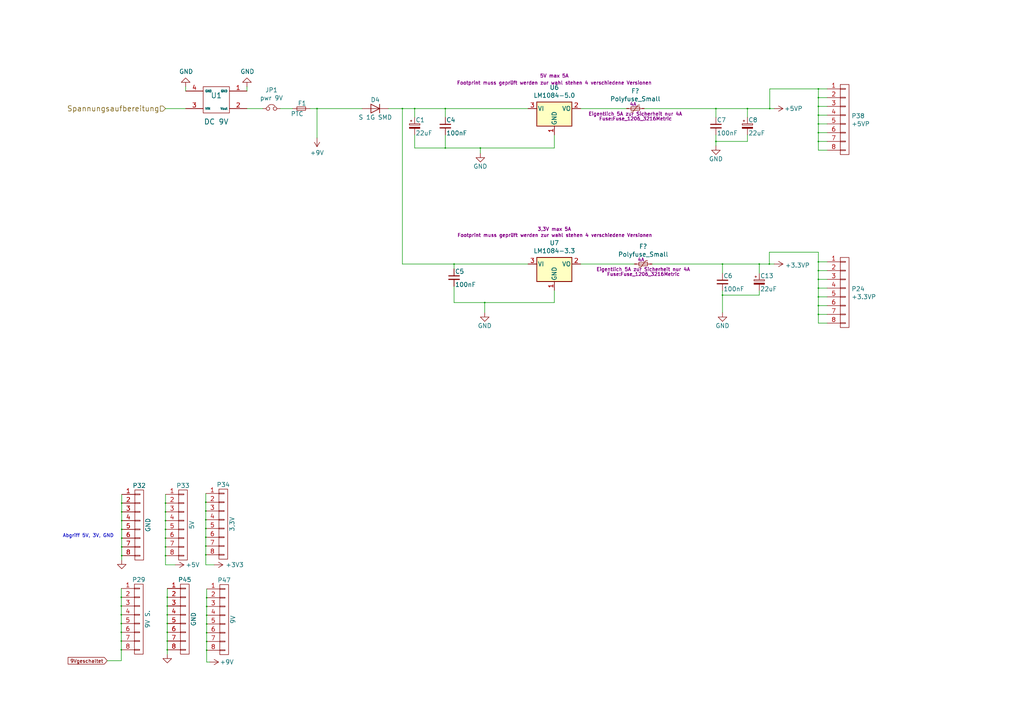
<source format=kicad_sch>
(kicad_sch (version 20201015) (generator eeschema)
  (page 1 35)
  (paper "A4")
  (title_block (title "Ardumower shield SVN Version") (date "2020-07-06") (rev "1.4") (company "ML AG JL UZ"))
  (lib_symbols
    (symbol "Device:Polyfuse_Small" (pin_numbers hide) (pin_names (offset 0))
      (property "Reference" "F" (at -1.905 0 90))
      (property "Value" "Polyfuse_Small" (at 1.905 0 90))
      (symbol "Polyfuse_Small_0_1"
        (rectangle (start -0.508 1.27) (end 0.508 -1.27))
        (polyline (pts (xy 0 2.54) (xy 0 -2.54)))
        (polyline (pts (xy -1.016 1.27) (xy -1.016 0.762) (xy 1.016 -0.762) (xy 1.016 -1.27)))
      )
      (symbol "Polyfuse_Small_1_1"
        (pin passive line (at 0 2.54 270) (length 0.635) (name "~") (number "1"))
        (pin passive line (at 0 -2.54 90) (length 0.635) (name "~") (number "2"))
      )
    )
    (symbol "Regulator_Linear:LM1084-3.3" (pin_names (offset 0.254))
      (property "Reference" "U" (at -3.81 3.175 0))
      (property "Value" "LM1084-3.3" (at 0 3.175 0))
      (symbol "LM1084-3.3_0_1"
        (rectangle (start -5.08 1.905) (end 5.08 -5.08) (stroke (width 0.254)) (fill (type background)))
      )
      (symbol "LM1084-3.3_1_1"
        (pin power_in line (at 0 -7.62 90) (length 2.54) (name "GND") (number "1"))
        (pin power_out line (at 7.62 0 180) (length 2.54) (name "VO") (number "2"))
        (pin power_in line (at -7.62 0 0) (length 2.54) (name "VI") (number "3"))
      )
    )
    (symbol "Regulator_Linear:LM1084-5.0" (pin_names (offset 0.254))
      (property "Reference" "U" (at -3.81 3.175 0))
      (property "Value" "LM1084-5.0" (at 0 3.175 0))
      (symbol "LM1084-5.0_0_1"
        (rectangle (start -5.08 1.905) (end 5.08 -5.08) (stroke (width 0.254)) (fill (type background)))
      )
      (symbol "LM1084-5.0_1_1"
        (pin power_in line (at 0 -7.62 90) (length 2.54) (name "GND") (number "1"))
        (pin power_out line (at 7.62 0 180) (length 2.54) (name "VO") (number "2"))
        (pin power_in line (at -7.62 0 0) (length 2.54) (name "VI") (number "3"))
      )
    )
    (symbol "ardumower-mega-shield-svn-rescue:+3.3V-RESCUE-ardumower_mega_shield_svn" (power) (pin_names (offset 0))
      (property "Wert" "+3.3V-RESCUE-ardumower_mega_shield_svn" (at 0 3.556 0))
      (symbol "+3.3V-RESCUE-ardumower_mega_shield_svn_0_1"
        (polyline (pts (xy -0.762 1.27) (xy 0 2.54)))
        (polyline (pts (xy 0 0) (xy 0 2.54)))
        (polyline (pts (xy 0 2.54) (xy 0.762 1.27)))
      )
      (symbol "+3.3V-RESCUE-ardumower_mega_shield_svn_1_1"
        (pin power_in line (at 0 0 90) (length 0) hide (name "+3V3") (number "1"))
      )
    )
    (symbol "ardumower-mega-shield-svn-rescue:+5V-RESCUE-ardumower_mega_shield_svn" (power) (pin_names (offset 0))
      (property "Wert" "+5V-RESCUE-ardumower_mega_shield_svn" (at 0 3.556 0))
      (symbol "+5V-RESCUE-ardumower_mega_shield_svn_0_1"
        (polyline (pts (xy -0.762 1.27) (xy 0 2.54)))
        (polyline (pts (xy 0 0) (xy 0 2.54)))
        (polyline (pts (xy 0 2.54) (xy 0.762 1.27)))
      )
      (symbol "+5V-RESCUE-ardumower_mega_shield_svn_1_1"
        (pin power_in line (at 0 0 90) (length 0) hide (name "+5V") (number "1"))
      )
    )
    (symbol "ardumower-mega-shield-svn-rescue:+5VP-RESCUE-ardumower_mega_shield_svn" (power) (pin_names (offset 0))
      (property "Wert" "+5VP-RESCUE-ardumower_mega_shield_svn" (at 0 3.556 0))
      (symbol "+5VP-RESCUE-ardumower_mega_shield_svn_0_1"
        (polyline (pts (xy -0.762 1.27) (xy 0 2.54)))
        (polyline (pts (xy 0 0) (xy 0 2.54)))
        (polyline (pts (xy 0 2.54) (xy 0.762 1.27)))
      )
      (symbol "+5VP-RESCUE-ardumower_mega_shield_svn_1_1"
        (pin power_in line (at 0 0 90) (length 0) hide (name "+5VP") (number "1"))
      )
    )
    (symbol "ardumower-mega-shield-svn-rescue:+9V-RESCUE-ardumower_mega_shield_svn" (power) (pin_names (offset 0))
      (property "Wert" "+9V-RESCUE-ardumower_mega_shield_svn" (at 0 3.556 0))
      (symbol "+9V-RESCUE-ardumower_mega_shield_svn_0_1"
        (polyline (pts (xy -0.762 1.27) (xy 0 2.54)))
        (polyline (pts (xy 0 0) (xy 0 2.54)))
        (polyline (pts (xy 0 2.54) (xy 0.762 1.27)))
      )
      (symbol "+9V-RESCUE-ardumower_mega_shield_svn_1_1"
        (pin power_in line (at 0 0 90) (length 0) hide (name "+9V") (number "1"))
      )
    )
    (symbol "ardumower-mega-shield-svn-rescue:CONN_01X08-RESCUE-ardumower_mega_shield_svn" (pin_names hide)
      (property "Referenz" "J" (at 0 11.43 0))
      (property "Wert" "CONN_01X08-RESCUE-ardumower_mega_shield_svn" (at 2.54 0 90))
      (symbol "CONN_01X08-RESCUE-ardumower_mega_shield_svn_0_1"
        (rectangle (start -1.27 -10.16) (end 1.27 10.16))
        (rectangle (start -1.27 -8.763) (end 0.254 -9.017))
        (rectangle (start -1.27 -6.223) (end 0.254 -6.477))
        (rectangle (start -1.27 -3.683) (end 0.254 -3.937))
        (rectangle (start -1.27 -1.143) (end 0.254 -1.397))
        (rectangle (start -1.27 1.397) (end 0.254 1.143))
        (rectangle (start -1.27 3.937) (end 0.254 3.683))
        (rectangle (start -1.27 6.477) (end 0.254 6.223))
        (rectangle (start -1.27 9.017) (end 0.254 8.763))
      )
      (symbol "CONN_01X08-RESCUE-ardumower_mega_shield_svn_1_1"
        (pin passive line (at -5.08 8.89 0) (length 3.81) (name "P1") (number "1"))
        (pin passive line (at -5.08 6.35 0) (length 3.81) (name "P2") (number "2"))
        (pin passive line (at -5.08 3.81 0) (length 3.81) (name "P3") (number "3"))
        (pin passive line (at -5.08 1.27 0) (length 3.81) (name "P4") (number "4"))
        (pin passive line (at -5.08 -1.27 0) (length 3.81) (name "P5") (number "5"))
        (pin passive line (at -5.08 -3.81 0) (length 3.81) (name "P6") (number "6"))
        (pin passive line (at -5.08 -6.35 0) (length 3.81) (name "P7") (number "7"))
        (pin passive line (at -5.08 -8.89 0) (length 3.81) (name "P8") (number "8"))
      )
    )
    (symbol "ardumower-mega-shield-svn-rescue:CP_Small-RESCUE-ardumower_mega_shield_svn" (pin_numbers hide) (pin_names (offset 0.254) hide)
      (property "Referenz" "C" (at 0.254 1.778 0))
      (property "Wert" "CP_Small-RESCUE-ardumower_mega_shield_svn" (at 0.254 -2.032 0))
      (symbol "CP_Small-RESCUE-ardumower_mega_shield_svn_0_1"
        (rectangle (start -1.524 -0.3048) (end 1.524 -0.6858) (fill (type outline)))
        (rectangle (start -1.524 0.6858) (end 1.524 0.3048))
        (polyline (pts (xy -1.27 1.524) (xy -0.762 1.524)))
        (polyline (pts (xy -1.016 1.27) (xy -1.016 1.778)))
      )
      (symbol "CP_Small-RESCUE-ardumower_mega_shield_svn_1_1"
        (pin passive line (at 0 2.54 270) (length 1.8542) (name "~") (number "1"))
        (pin passive line (at 0 -2.54 90) (length 1.8542) (name "~") (number "2"))
      )
    )
    (symbol "ardumower-mega-shield-svn-rescue:C_Small-RESCUE-ardumower_mega_shield_svn" (pin_numbers hide) (pin_names (offset 0.254) hide)
      (property "Referenz" "C" (at 0.254 1.778 0))
      (property "Wert" "C_Small-RESCUE-ardumower_mega_shield_svn" (at 0.254 -2.032 0))
      (symbol "C_Small-RESCUE-ardumower_mega_shield_svn_0_1"
        (polyline (pts (xy -1.524 -0.508) (xy 1.524 -0.508)) (stroke (width 0.3302)))
        (polyline (pts (xy -1.524 0.508) (xy 1.524 0.508)) (stroke (width 0.3048)))
      )
      (symbol "C_Small-RESCUE-ardumower_mega_shield_svn_1_1"
        (pin passive line (at 0 2.54 270) (length 2.032) (name "~") (number "1"))
        (pin passive line (at 0 -2.54 90) (length 2.032) (name "~") (number "2"))
      )
    )
    (symbol "ardumower-mega-shield-svn-rescue:D-RESCUE-ardumower_mega_shield_svn" (pin_numbers hide) (pin_names hide)
      (property "Referenz" "D" (at 0 2.54 0))
      (property "Wert" "D-RESCUE-ardumower_mega_shield_svn" (at 0 -2.54 0))
      (symbol "D-RESCUE-ardumower_mega_shield_svn_0_1"
        (polyline (pts (xy -1.27 1.27) (xy -1.27 -1.27)) (stroke (width 0.2032)))
        (polyline (pts (xy 1.27 0) (xy -1.27 0)))
        (polyline (pts (xy 1.27 1.27) (xy 1.27 -1.27) (xy -1.27 0) (xy 1.27 1.27)) (stroke (width 0.2032)))
      )
      (symbol "D-RESCUE-ardumower_mega_shield_svn_1_1"
        (pin passive line (at -3.81 0 0) (length 2.54) (name "K") (number "1"))
        (pin passive line (at 3.81 0 180) (length 2.54) (name "A") (number "2"))
      )
    )
    (symbol "ardumower-mega-shield-svn-rescue:DC-DC_Stepdown-RESCUE-ardumower_mega_shield_svn"
      (property "Referenz" "U" (at 0 0 0))
      (property "Wert" "DC-DC_Stepdown-RESCUE-ardumower_mega_shield_svn" (at -1.27 0 0))
      (symbol "DC-DC_Stepdown-RESCUE-ardumower_mega_shield_svn_0_1"
        (rectangle (start 3.81 -3.81) (end -3.81 3.81))
      )
      (symbol "DC-DC_Stepdown-RESCUE-ardumower_mega_shield_svn_1_1"
        (pin output line (at 8.89 2.54 180) (length 5.08) (name "GND") (number "1"))
        (pin output line (at 8.89 -2.54 180) (length 5.08) (name "Vout") (number "2"))
        (pin input line (at -8.89 -2.54 0) (length 5.08) (name "VIN") (number "3"))
        (pin input line (at -8.89 2.54 0) (length 5.08) (name "GND") (number "4"))
      )
    )
    (symbol "ardumower-mega-shield-svn-rescue:F_Small-RESCUE-ardumower_mega_shield_svn" (pin_numbers hide) (pin_names (offset 0.254) hide)
      (property "Referenz" "F" (at -1.016 1.524 0))
      (property "Wert" "F_Small-RESCUE-ardumower_mega_shield_svn" (at -3.048 -1.524 0))
      (symbol "F_Small-RESCUE-ardumower_mega_shield_svn_0_1"
        (rectangle (start -1.27 0.508) (end 1.27 -0.508))
        (polyline (pts (xy -1.27 0) (xy 1.27 0)))
      )
      (symbol "F_Small-RESCUE-ardumower_mega_shield_svn_1_1"
        (pin passive line (at -2.54 0 0) (length 1.27) (name "~") (number "1"))
        (pin passive line (at 2.54 0 180) (length 1.27) (name "~") (number "2"))
      )
    )
    (symbol "ardumower-mega-shield-svn-rescue:GND-RESCUE-ardumower_mega_shield_svn" (power) (pin_names (offset 0))
      (property "Wert" "GND-RESCUE-ardumower_mega_shield_svn" (at 0 -3.81 0))
      (symbol "GND-RESCUE-ardumower_mega_shield_svn_0_1"
        (polyline (pts (xy 0 0) (xy 0 -1.27) (xy 1.27 -1.27) (xy 0 -2.54) (xy -1.27 -1.27) (xy 0 -1.27)))
      )
      (symbol "GND-RESCUE-ardumower_mega_shield_svn_1_1"
        (pin power_in line (at 0 0 270) (length 0) hide (name "GND") (number "1"))
      )
    )
    (symbol "ardumower-mega-shield-svn-rescue:Jumper_NC_Small-RESCUE-ardumower_mega_shield_svn" (pin_numbers hide) (pin_names (offset 0.762) hide)
      (property "Referenz" "JP" (at 0 2.032 0))
      (property "Wert" "Jumper_NC_Small-RESCUE-ardumower_mega_shield_svn" (at 0.254 -1.524 0))
      (symbol "Jumper_NC_Small-RESCUE-ardumower_mega_shield_svn_0_1"
        (arc (start 1.016 0.762) (end -1.016 0.762) (radius (at 0 -0.254) (length 1.4478) (angles 45 135)))
        (circle (center -1.016 0) (radius 0.508))
        (circle (center 1.016 0) (radius 0.508))
        (pin passive line (at -2.54 0 0) (length 1.016) (name "1") (number "1"))
        (pin passive line (at 2.54 0 180) (length 1.016) (name "2") (number "2"))
      )
    )
    (symbol "ardumower-mega-shield-svn-rescue:LM2940CS-5.0-RESCUE-ardumower_mega_shield_svn"
      (property "Referenz" "U" (at -5.842 6.3754 0))
      (property "Wert" "LM2940CS-5.0-RESCUE-ardumower_mega_shield_svn" (at -4.3942 -15.4686 0))
      (symbol "LM2940CS-5.0-RESCUE-ardumower_mega_shield_svn_0_0"
        (polyline (pts (xy -12.7 -12.7) (xy 12.7 -12.7)) (stroke (width 0.4064)))
        (polyline (pts (xy -12.7 5.08) (xy -12.7 -12.7)) (stroke (width 0.4064)))
        (polyline (pts (xy 12.7 -12.7) (xy 12.7 5.08)) (stroke (width 0.4064)))
        (polyline (pts (xy 12.7 5.08) (xy -12.7 5.08)) (stroke (width 0.4064)))
        (pin input line (at -17.78 0 0) (length 5.08) (name "IN") (number "1"))
        (pin passive line (at -17.78 -5.08 0) (length 5.08) (name "GND_2") (number "2"))
        (pin output line (at 17.78 0 180) (length 5.08) (name "OUT") (number "3"))
        (pin passive line (at -17.78 -7.62 0) (length 5.08) (name "GND") (number "4"))
      )
    )
    (symbol "power:+3.3VP" (power) (pin_names (offset 0))
      (property "Value" "+3.3VP" (at 0 2.54 0))
      (symbol "+3.3VP_0_1"
        (polyline (pts (xy -0.762 1.27) (xy 0 2.54)))
        (polyline (pts (xy 0 0) (xy 0 2.54)))
        (polyline (pts (xy 0 2.54) (xy 0.762 1.27)))
      )
      (symbol "+3.3VP_0_0"
        (pin power_in line (at 0 0 90) (length 0) hide (name "+3.3VP") (number "1"))
      )
    )
  )
  (junction (at 35.179 173.228) (diameter 0.3048))
  (junction (at 35.179 175.768) (diameter 0.3048))
  (junction (at 35.179 178.308) (diameter 0.3048))
  (junction (at 35.179 180.848) (diameter 0.3048))
  (junction (at 35.179 183.388) (diameter 0.3048))
  (junction (at 35.179 185.928) (diameter 0.3048))
  (junction (at 35.179 188.468) (diameter 0.3048))
  (junction (at 35.306 145.923) (diameter 0.3048))
  (junction (at 35.306 148.463) (diameter 0.3048))
  (junction (at 35.306 151.003) (diameter 0.3048))
  (junction (at 35.306 153.543) (diameter 0.3048))
  (junction (at 35.306 156.083) (diameter 0.3048))
  (junction (at 35.306 158.623) (diameter 0.3048))
  (junction (at 35.306 161.163) (diameter 0.3048))
  (junction (at 48.006 145.923) (diameter 0.3048))
  (junction (at 48.006 148.463) (diameter 0.3048))
  (junction (at 48.006 151.003) (diameter 0.3048))
  (junction (at 48.006 153.543) (diameter 0.3048))
  (junction (at 48.006 156.083) (diameter 0.3048))
  (junction (at 48.006 158.623) (diameter 0.3048))
  (junction (at 48.006 161.163) (diameter 0.3048))
  (junction (at 48.514 173.228) (diameter 0.3048))
  (junction (at 48.514 175.768) (diameter 0.3048))
  (junction (at 48.514 178.308) (diameter 0.3048))
  (junction (at 48.514 180.848) (diameter 0.3048))
  (junction (at 48.514 183.388) (diameter 0.3048))
  (junction (at 48.514 185.928) (diameter 0.3048))
  (junction (at 48.514 188.468) (diameter 0.3048))
  (junction (at 59.69 145.669) (diameter 0.3048))
  (junction (at 59.69 148.209) (diameter 0.3048))
  (junction (at 59.69 150.749) (diameter 0.3048))
  (junction (at 59.69 153.289) (diameter 0.3048))
  (junction (at 59.69 155.829) (diameter 0.3048))
  (junction (at 59.69 158.369) (diameter 0.3048))
  (junction (at 59.69 160.909) (diameter 0.3048))
  (junction (at 59.944 173.355) (diameter 0.3048))
  (junction (at 59.944 175.895) (diameter 0.3048))
  (junction (at 59.944 178.435) (diameter 0.3048))
  (junction (at 59.944 180.975) (diameter 0.3048))
  (junction (at 59.944 183.515) (diameter 0.3048))
  (junction (at 59.944 186.055) (diameter 0.3048))
  (junction (at 59.944 188.595) (diameter 0.3048))
  (junction (at 91.948 31.496) (diameter 0.3048))
  (junction (at 116.713 31.496) (diameter 0.3048))
  (junction (at 120.269 31.496) (diameter 0.3048))
  (junction (at 129.159 31.496) (diameter 0.3048))
  (junction (at 129.159 42.926) (diameter 0.3048))
  (junction (at 131.699 76.581) (diameter 0.3048))
  (junction (at 139.319 42.926) (diameter 0.3048))
  (junction (at 140.589 87.757) (diameter 0.3048))
  (junction (at 207.645 31.496) (diameter 0.3048))
  (junction (at 207.645 41.021) (diameter 0.3048))
  (junction (at 209.55 76.581) (diameter 0.3048))
  (junction (at 209.55 85.598) (diameter 0.3048))
  (junction (at 216.789 31.496) (diameter 0.3048))
  (junction (at 220.218 76.581) (diameter 0.3048))
  (junction (at 223.139 76.581) (diameter 0.3048))
  (junction (at 223.266 31.496) (diameter 0.3048))
  (junction (at 237.363 25.781) (diameter 0.3048))
  (junction (at 237.363 28.321) (diameter 0.3048))
  (junction (at 237.363 30.861) (diameter 0.3048))
  (junction (at 237.363 33.401) (diameter 0.3048))
  (junction (at 237.363 35.941) (diameter 0.3048))
  (junction (at 237.363 38.481) (diameter 0.3048))
  (junction (at 237.363 41.021) (diameter 0.3048))
  (junction (at 237.363 75.946) (diameter 0.3048))
  (junction (at 237.363 78.486) (diameter 0.3048))
  (junction (at 237.363 81.026) (diameter 0.3048))
  (junction (at 237.363 83.566) (diameter 0.3048))
  (junction (at 237.363 86.106) (diameter 0.3048))
  (junction (at 237.363 88.646) (diameter 0.3048))
  (junction (at 237.363 91.186) (diameter 0.3048))
  (wire (pts (xy 35.179 170.688) (xy 35.179 173.228)))
  (wire (pts (xy 35.179 173.228) (xy 35.179 175.768)))
  (wire (pts (xy 35.179 175.768) (xy 35.179 178.308)))
  (wire (pts (xy 35.179 178.308) (xy 35.179 180.848)))
  (wire (pts (xy 35.179 180.848) (xy 35.179 183.388)))
  (wire (pts (xy 35.179 183.388) (xy 35.179 185.928)))
  (wire (pts (xy 35.179 185.928) (xy 35.179 188.468)))
  (wire (pts (xy 35.179 188.468) (xy 35.179 191.643)))
  (wire (pts (xy 35.179 191.643) (xy 31.115 191.643)))
  (wire (pts (xy 35.306 143.383) (xy 35.306 145.923)))
  (wire (pts (xy 35.306 145.923) (xy 35.306 148.463)))
  (wire (pts (xy 35.306 148.463) (xy 35.306 151.003)))
  (wire (pts (xy 35.306 151.003) (xy 35.306 153.543)))
  (wire (pts (xy 35.306 153.543) (xy 35.306 156.083)))
  (wire (pts (xy 35.306 156.083) (xy 35.306 158.623)))
  (wire (pts (xy 35.306 158.623) (xy 35.306 161.163)))
  (wire (pts (xy 35.306 161.163) (xy 35.306 162.433)))
  (wire (pts (xy 48.006 31.496) (xy 53.848 31.496)))
  (wire (pts (xy 48.006 143.383) (xy 48.006 145.923)))
  (wire (pts (xy 48.006 145.923) (xy 48.006 148.463)))
  (wire (pts (xy 48.006 148.463) (xy 48.006 151.003)))
  (wire (pts (xy 48.006 151.003) (xy 48.006 153.543)))
  (wire (pts (xy 48.006 153.543) (xy 48.006 156.083)))
  (wire (pts (xy 48.006 156.083) (xy 48.006 158.623)))
  (wire (pts (xy 48.006 158.623) (xy 48.006 161.163)))
  (wire (pts (xy 48.006 161.163) (xy 48.006 163.83)))
  (wire (pts (xy 48.006 163.83) (xy 50.8 163.83)))
  (wire (pts (xy 48.514 170.688) (xy 48.514 173.228)))
  (wire (pts (xy 48.514 173.228) (xy 48.514 175.768)))
  (wire (pts (xy 48.514 175.768) (xy 48.514 178.308)))
  (wire (pts (xy 48.514 178.308) (xy 48.514 180.848)))
  (wire (pts (xy 48.514 180.848) (xy 48.514 183.388)))
  (wire (pts (xy 48.514 183.388) (xy 48.514 185.928)))
  (wire (pts (xy 48.514 185.928) (xy 48.514 188.468)))
  (wire (pts (xy 48.514 188.468) (xy 48.514 189.738)))
  (wire (pts (xy 53.848 25.146) (xy 53.848 26.416)))
  (wire (pts (xy 59.69 143.129) (xy 59.69 145.669)))
  (wire (pts (xy 59.69 145.669) (xy 59.69 148.209)))
  (wire (pts (xy 59.69 148.209) (xy 59.69 150.749)))
  (wire (pts (xy 59.69 150.749) (xy 59.69 153.289)))
  (wire (pts (xy 59.69 153.289) (xy 59.69 155.829)))
  (wire (pts (xy 59.69 155.829) (xy 59.69 158.369)))
  (wire (pts (xy 59.69 158.369) (xy 59.69 160.909)))
  (wire (pts (xy 59.69 160.909) (xy 59.69 163.83)))
  (wire (pts (xy 59.69 163.83) (xy 62.103 163.83)))
  (wire (pts (xy 59.944 170.815) (xy 59.944 173.355)))
  (wire (pts (xy 59.944 173.355) (xy 59.944 175.895)))
  (wire (pts (xy 59.944 175.895) (xy 59.944 178.435)))
  (wire (pts (xy 59.944 178.435) (xy 59.944 180.975)))
  (wire (pts (xy 59.944 180.975) (xy 59.944 183.515)))
  (wire (pts (xy 59.944 183.515) (xy 59.944 186.055)))
  (wire (pts (xy 59.944 186.055) (xy 59.944 188.595)))
  (wire (pts (xy 59.944 188.595) (xy 59.944 192.024)))
  (wire (pts (xy 59.944 192.024) (xy 60.833 192.024)))
  (wire (pts (xy 71.628 25.146) (xy 71.628 26.416)))
  (wire (pts (xy 71.628 31.496) (xy 76.2 31.496)))
  (wire (pts (xy 81.28 31.496) (xy 84.836 31.496)))
  (wire (pts (xy 89.916 31.496) (xy 91.948 31.496)))
  (wire (pts (xy 91.948 31.496) (xy 91.948 40.005)))
  (wire (pts (xy 91.948 31.496) (xy 105.029 31.496)))
  (wire (pts (xy 112.649 31.496) (xy 116.713 31.496)))
  (wire (pts (xy 116.713 31.496) (xy 116.713 76.581)))
  (wire (pts (xy 116.713 31.496) (xy 120.269 31.496)))
  (wire (pts (xy 116.713 76.581) (xy 131.699 76.581)))
  (wire (pts (xy 120.269 31.496) (xy 120.269 34.036)))
  (wire (pts (xy 120.269 31.496) (xy 129.159 31.496)))
  (wire (pts (xy 120.269 42.926) (xy 120.269 39.116)))
  (wire (pts (xy 129.159 31.496) (xy 129.159 34.036)))
  (wire (pts (xy 129.159 31.496) (xy 153.162 31.496)))
  (wire (pts (xy 129.159 42.926) (xy 120.269 42.926)))
  (wire (pts (xy 129.159 42.926) (xy 129.159 39.116)))
  (wire (pts (xy 131.699 76.581) (xy 131.699 77.978)))
  (wire (pts (xy 131.699 76.581) (xy 153.162 76.581)))
  (wire (pts (xy 131.699 83.058) (xy 131.699 87.757)))
  (wire (pts (xy 139.319 42.926) (xy 129.159 42.926)))
  (wire (pts (xy 139.319 42.926) (xy 139.319 44.45)))
  (wire (pts (xy 139.319 42.926) (xy 160.782 42.926)))
  (wire (pts (xy 140.589 87.757) (xy 131.699 87.757)))
  (wire (pts (xy 140.589 87.757) (xy 140.589 90.678)))
  (wire (pts (xy 160.782 42.926) (xy 160.782 39.116)))
  (wire (pts (xy 160.782 84.201) (xy 160.782 87.757)))
  (wire (pts (xy 160.782 87.757) (xy 140.589 87.757)))
  (wire (pts (xy 168.402 31.496) (xy 181.737 31.496)))
  (wire (pts (xy 168.402 76.581) (xy 184.023 76.581)))
  (wire (pts (xy 186.817 31.496) (xy 207.645 31.496)))
  (wire (pts (xy 189.103 76.581) (xy 209.55 76.581)))
  (wire (pts (xy 207.645 31.496) (xy 207.645 34.036)))
  (wire (pts (xy 207.645 31.496) (xy 216.789 31.496)))
  (wire (pts (xy 207.645 39.116) (xy 207.645 41.021)))
  (wire (pts (xy 207.645 41.021) (xy 207.645 42.291)))
  (wire (pts (xy 209.55 76.581) (xy 209.55 79.248)))
  (wire (pts (xy 209.55 76.581) (xy 220.218 76.581)))
  (wire (pts (xy 209.55 84.328) (xy 209.55 85.598)))
  (wire (pts (xy 209.55 85.598) (xy 209.55 90.678)))
  (wire (pts (xy 216.789 31.496) (xy 216.789 34.036)))
  (wire (pts (xy 216.789 31.496) (xy 223.266 31.496)))
  (wire (pts (xy 216.789 39.116) (xy 216.789 41.021)))
  (wire (pts (xy 216.789 41.021) (xy 207.645 41.021)))
  (wire (pts (xy 220.218 76.581) (xy 220.218 79.248)))
  (wire (pts (xy 220.218 76.581) (xy 223.139 76.581)))
  (wire (pts (xy 220.218 85.598) (xy 209.55 85.598)))
  (wire (pts (xy 220.218 85.598) (xy 220.218 84.328)))
  (wire (pts (xy 223.139 73.152) (xy 223.139 76.581)))
  (wire (pts (xy 223.139 73.152) (xy 237.363 73.152)))
  (wire (pts (xy 223.139 76.581) (xy 224.536 76.581)))
  (wire (pts (xy 223.266 25.781) (xy 237.363 25.781)))
  (wire (pts (xy 223.266 31.496) (xy 223.266 25.781)))
  (wire (pts (xy 223.266 31.496) (xy 224.536 31.496)))
  (wire (pts (xy 237.363 25.781) (xy 237.363 28.321)))
  (wire (pts (xy 237.363 25.781) (xy 239.903 25.781)))
  (wire (pts (xy 237.363 28.321) (xy 237.363 30.861)))
  (wire (pts (xy 237.363 30.861) (xy 237.363 33.401)))
  (wire (pts (xy 237.363 33.401) (xy 237.363 35.941)))
  (wire (pts (xy 237.363 35.941) (xy 237.363 38.481)))
  (wire (pts (xy 237.363 35.941) (xy 239.903 35.941)))
  (wire (pts (xy 237.363 38.481) (xy 237.363 41.021)))
  (wire (pts (xy 237.363 41.021) (xy 237.363 43.561)))
  (wire (pts (xy 237.363 43.561) (xy 239.903 43.561)))
  (wire (pts (xy 237.363 73.152) (xy 237.363 75.946)))
  (wire (pts (xy 237.363 75.946) (xy 237.363 78.486)))
  (wire (pts (xy 237.363 75.946) (xy 239.903 75.946)))
  (wire (pts (xy 237.363 78.486) (xy 237.363 81.026)))
  (wire (pts (xy 237.363 81.026) (xy 237.363 83.566)))
  (wire (pts (xy 237.363 83.566) (xy 237.363 86.106)))
  (wire (pts (xy 237.363 86.106) (xy 237.363 88.646)))
  (wire (pts (xy 237.363 86.106) (xy 239.903 86.106)))
  (wire (pts (xy 237.363 88.646) (xy 237.363 91.186)))
  (wire (pts (xy 237.363 91.186) (xy 237.363 93.726)))
  (wire (pts (xy 237.363 93.726) (xy 239.903 93.726)))
  (wire (pts (xy 239.903 28.321) (xy 237.363 28.321)))
  (wire (pts (xy 239.903 30.861) (xy 237.363 30.861)))
  (wire (pts (xy 239.903 33.401) (xy 237.363 33.401)))
  (wire (pts (xy 239.903 38.481) (xy 237.363 38.481)))
  (wire (pts (xy 239.903 41.021) (xy 237.363 41.021)))
  (wire (pts (xy 239.903 78.486) (xy 237.363 78.486)))
  (wire (pts (xy 239.903 81.026) (xy 237.363 81.026)))
  (wire (pts (xy 239.903 83.566) (xy 237.363 83.566)))
  (wire (pts (xy 239.903 88.646) (xy 237.363 88.646)))
  (wire (pts (xy 239.903 91.186) (xy 237.363 91.186)))
  (text "Abgriff 5V, 3V, GND" (at 18.161 156.083 0) (effects (font (size 0.9906 0.9906)) (justify left bottom)))
  (global_label "9Vgeschaltet" (shape input) (at 31.115 191.643 180) (effects (font (size 0.9906 0.9906))))
  (hierarchical_label "Spannungsaufbereitung" (shape input) (at 48.006 31.496 180) (effects (font (size 1.524 1.524))))
  (symbol (lib_id "ardumower-mega-shield-svn-rescue:F_Small-RESCUE-ardumower_mega_shield_svn") (at 87.376 31.496 0) (unit 1)
    (property "Reference" "F1" (at 86.36 29.972 0) (effects (justify left)))
    (property "Value" "PTC" (at 84.328 33.02 0) (effects (justify left)))
    (property "Footprint" "SMD_Packages:Fuse_SMD" (effects hide))
    (property "Gehäuseart" "Value" (effects hide))
    (property "Bestelllink" "https://www.reichelt.de/SMD-Sicherungen/OMT-125-3-5A/3/index.html?ACTION=3&LA=446&ARTICLE=52972&GROUPID=7660&artnr=OMT+125+3%2C5A&SEARCH=smd%2Bsicherung%2B125" (effects hide))
    (property "Technische Daten" "https://www.reichelt.de/SMD-Sicherungen/OMH-125-HALTER/3/index.html?ACTION=3&LA=446&ARTICLE=77866&GROUPID=7660&artnr=OMH+125+HALTER&SEARCH=smd%2Bsicherung%2B125" (effects hide))
    (property "Bestellnummer" "Value" (effects hide))
    (property "Bauform" "Value" (effects hide))
    (property "Funktion" "Value" (effects hide))
    (property "Hersteller" "Value" (effects hide))
    (property "Hersteller Bestellnummer" "Value" (effects hide))
  )
  (symbol (lib_id "ardumower-mega-shield-svn-rescue:+5V-RESCUE-ardumower_mega_shield_svn") (at 50.8 163.83 270) (mirror x) (unit 1)
    (property "Reference" "#PWR0169" (effects hide))
    (property "Value" "+5V" (at 55.88 163.83 90))
  )
  (symbol (lib_id "ardumower-mega-shield-svn-rescue:+9V-RESCUE-ardumower_mega_shield_svn") (at 60.833 192.024 270) (mirror x) (unit 1)
    (property "Reference" "#PWR0167" (effects hide))
    (property "Value" "+9V" (at 65.786 192.024 90))
  )
  (symbol (lib_id "ardumower-mega-shield-svn-rescue:+3.3V-RESCUE-ardumower_mega_shield_svn") (at 62.103 163.83 270) (mirror x) (unit 1)
    (property "Reference" "#PWR0170" (effects hide))
    (property "Value" "+3.3V" (at 68.072 163.83 90))
  )
  (symbol (lib_id "ardumower-mega-shield-svn-rescue:+9V-RESCUE-ardumower_mega_shield_svn") (at 91.948 40.005 180) (unit 1)
    (property "Reference" "#PWR0168" (effects hide))
    (property "Value" "+9V" (at 91.948 44.323 0))
  )
  (symbol (lib_id "ardumower-mega-shield-svn-rescue:+5VP-RESCUE-ardumower_mega_shield_svn") (at 224.536 31.496 270) (mirror x) (unit 1)
    (property "Reference" "#PWR0177" (effects hide))
    (property "Value" "+5VP" (at 230.124 31.496 90))
  )
  (symbol (lib_id "power:+3.3VP") (at 224.536 76.581 270) (unit 1)
    (property "Reference" "#PWR?" (effects hide))
    (property "Value" "+3.3VP" (at 227.7111 76.9493 90) (effects (justify left)))
  )
  (symbol (lib_id "ardumower-mega-shield-svn-rescue:GND-RESCUE-ardumower_mega_shield_svn") (at 35.306 162.433 0) (unit 1)
    (property "Reference" "#PWR0166" (effects hide))
    (property "Value" "GND" (effects hide))
  )
  (symbol (lib_id "ardumower-mega-shield-svn-rescue:GND-RESCUE-ardumower_mega_shield_svn") (at 48.514 189.738 0) (unit 1)
    (property "Reference" "#PWR0179" (effects hide))
    (property "Value" "GND" (effects hide))
  )
  (symbol (lib_id "ardumower-mega-shield-svn-rescue:GND-RESCUE-ardumower_mega_shield_svn") (at 53.848 25.146 0) (mirror x) (unit 1)
    (property "Reference" "#PWR0172" (effects hide))
    (property "Value" "GND" (at 53.975 20.7518 0))
  )
  (symbol (lib_id "ardumower-mega-shield-svn-rescue:GND-RESCUE-ardumower_mega_shield_svn") (at 71.628 25.146 0) (mirror x) (unit 1)
    (property "Reference" "#PWR0171" (effects hide))
    (property "Value" "GND" (at 71.755 20.7518 0))
  )
  (symbol (lib_id "ardumower-mega-shield-svn-rescue:GND-RESCUE-ardumower_mega_shield_svn") (at 139.319 44.45 0) (unit 1)
    (property "Reference" "#PWR0176" (effects hide))
    (property "Value" "GND" (at 139.319 48.26 0))
  )
  (symbol (lib_id "ardumower-mega-shield-svn-rescue:GND-RESCUE-ardumower_mega_shield_svn") (at 140.589 90.678 0) (unit 1)
    (property "Reference" "#PWR0175" (effects hide))
    (property "Value" "GND" (at 140.589 94.488 0))
  )
  (symbol (lib_id "ardumower-mega-shield-svn-rescue:GND-RESCUE-ardumower_mega_shield_svn") (at 207.645 42.291 0) (unit 1)
    (property "Reference" "#PWR0174" (effects hide))
    (property "Value" "GND" (at 207.645 46.101 0))
  )
  (symbol (lib_id "ardumower-mega-shield-svn-rescue:GND-RESCUE-ardumower_mega_shield_svn") (at 209.55 90.678 0) (unit 1)
    (property "Reference" "#PWR0173" (effects hide))
    (property "Value" "GND" (at 209.55 94.488 0))
  )
  (symbol (lib_id "ardumower-mega-shield-svn-rescue:Jumper_NC_Small-RESCUE-ardumower_mega_shield_svn") (at 78.74 31.496 0) (unit 1)
    (property "Reference" "JP1" (at 78.74 26.1112 0))
    (property "Value" "pwr 9V" (at 78.74 28.4226 0))
    (property "Footprint" "Pin_Headers:Pin_Header_Straight_1x02_Pitch2.54mm" (effects hide))
    (property "Datasheet" "Value" (effects hide))
    (property "Gehäuseart" "Value" (effects hide))
    (property "Bestelllink" "Value" (effects hide))
    (property "Technische Daten" "Value" (effects hide))
    (property "Bestellnummer" "Value" (effects hide))
    (property "Bauform" "Value" (effects hide))
  )
  (symbol (lib_id "Device:Polyfuse_Small") (at 184.277 31.496 270) (unit 1)
    (property "Reference" "F?" (at 184.277 26.3968 90))
    (property "Value" "Polyfuse_Small" (at 184.277 28.6955 90))
    (property "Footprint" "Fuse:Fuse_1206_3216Metric" (at 173.736 34.417 90) (effects (font (size 1 1)) (justify left)))
    (property "Bestelllink" "https://de.aliexpress.com/item/4000075758557.html?spm=a2g0s.9042311.0.0.31744c4dMXwQRE" (effects hide))
    (property "Technische Daten" "4A" (at 183.642 30.226 90) (effects (font (size 1 1))))
    (property "Bemerkung" "Eigentlich 5A zur Sicherheit nur 4A" (at 184.277 33.02 90) (effects (font (size 1 1))))
  )
  (symbol (lib_id "Device:Polyfuse_Small") (at 186.563 76.581 270) (unit 1)
    (property "Reference" "F?" (at 186.563 71.4818 90))
    (property "Value" "Polyfuse_Small" (at 186.563 73.7805 90))
    (property "Footprint" "Fuse:Fuse_1206_3216Metric" (at 176.022 79.502 90) (effects (font (size 1 1)) (justify left)))
    (property "Bestelllink" "https://de.aliexpress.com/item/4000075758557.html?spm=a2g0s.9042311.0.0.31744c4dMXwQRE" (effects hide))
    (property "Technische Daten" "4A" (at 185.928 75.311 90) (effects (font (size 1 1))))
    (property "Bemerkung" "Eigentlich 5A zur Sicherheit nur 4A" (at 186.563 78.105 90) (effects (font (size 1 1))))
  )
  (symbol (lib_id "ardumower-mega-shield-svn-rescue:CP_Small-RESCUE-ardumower_mega_shield_svn") (at 120.269 36.576 0) (unit 1)
    (property "Reference" "C1" (at 120.523 34.798 0) (effects (justify left)))
    (property "Value" "22uF" (at 120.523 38.608 0) (effects (justify left)))
    (property "Footprint" "Zimprich:Elko_vert_11.2x6.3mm_RM2.5_RM5.0" (effects hide))
    (property "Gehäuseart" "Value" (effects hide))
    (property "Bestelllink" "Value" (effects hide))
    (property "Technische Daten" "Value" (effects hide))
    (property "Bestellnummer" "Value" (effects hide))
    (property "Bauform" "Value" (effects hide))
    (property "Funktion" "Value" (effects hide))
    (property "Hersteller" "Value" (effects hide))
    (property "Hersteller Bestellnummer" "Value" (effects hide))
  )
  (symbol (lib_id "ardumower-mega-shield-svn-rescue:CP_Small-RESCUE-ardumower_mega_shield_svn") (at 216.789 36.576 0) (unit 1)
    (property "Reference" "C8" (at 217.043 34.798 0) (effects (justify left)))
    (property "Value" "22uF" (at 217.043 38.608 0) (effects (justify left)))
    (property "Footprint" "Zimprich:Elko_vert_11.2x6.3mm_RM2.5_RM5.0" (effects hide))
    (property "Gehäuseart" "Value" (effects hide))
    (property "Bestelllink" "Value" (effects hide))
    (property "Technische Daten" "Value" (effects hide))
    (property "Bestellnummer" "Value" (effects hide))
    (property "Bauform" "Value" (effects hide))
    (property "Funktion" "Value" (effects hide))
    (property "Hersteller" "Value" (effects hide))
    (property "Hersteller Bestellnummer" "Value" (effects hide))
  )
  (symbol (lib_id "ardumower-mega-shield-svn-rescue:CP_Small-RESCUE-ardumower_mega_shield_svn") (at 220.218 81.788 0) (unit 1)
    (property "Reference" "C13" (at 220.472 80.01 0) (effects (justify left)))
    (property "Value" "22uF" (at 220.472 83.82 0) (effects (justify left)))
    (property "Footprint" "Zimprich:Elko_vert_11.2x6.3mm_RM2.5_RM5.0" (effects hide))
    (property "Gehäuseart" "Value" (effects hide))
    (property "Bestelllink" "Value" (effects hide))
    (property "Technische Daten" "Value" (effects hide))
    (property "Bestellnummer" "Value" (effects hide))
    (property "Bauform" "Value" (effects hide))
    (property "Funktion" "Value" (effects hide))
    (property "Hersteller" "Value" (effects hide))
    (property "Hersteller Bestellnummer" "Value" (effects hide))
  )
  (symbol (lib_id "ardumower-mega-shield-svn-rescue:C_Small-RESCUE-ardumower_mega_shield_svn") (at 129.159 36.576 0) (unit 1)
    (property "Reference" "C4" (at 129.413 34.798 0) (effects (justify left)))
    (property "Value" "100nF" (at 129.413 38.608 0) (effects (justify left)))
    (property "Footprint" "Capacitors_SMD:C_0805" (effects hide))
  )
  (symbol (lib_id "ardumower-mega-shield-svn-rescue:C_Small-RESCUE-ardumower_mega_shield_svn") (at 131.699 80.518 0) (unit 1)
    (property "Reference" "C5" (at 131.953 78.74 0) (effects (justify left)))
    (property "Value" "100nF" (at 131.953 82.55 0) (effects (justify left)))
    (property "Footprint" "Capacitors_SMD:C_0805" (effects hide))
  )
  (symbol (lib_id "ardumower-mega-shield-svn-rescue:C_Small-RESCUE-ardumower_mega_shield_svn") (at 207.645 36.576 0) (unit 1)
    (property "Reference" "C7" (at 207.899 34.798 0) (effects (justify left)))
    (property "Value" "100nF" (at 207.899 38.608 0) (effects (justify left)))
    (property "Footprint" "Capacitors_SMD:C_0805" (effects hide))
  )
  (symbol (lib_id "ardumower-mega-shield-svn-rescue:C_Small-RESCUE-ardumower_mega_shield_svn") (at 209.55 81.788 0) (unit 1)
    (property "Reference" "C6" (at 209.804 80.01 0) (effects (justify left)))
    (property "Value" "100nF" (at 209.804 83.82 0) (effects (justify left)))
    (property "Footprint" "Capacitors_SMD:C_0805" (effects hide))
  )
  (symbol (lib_id "ardumower-mega-shield-svn-rescue:D-RESCUE-ardumower_mega_shield_svn") (at 108.839 31.496 0) (mirror y) (unit 1)
    (property "Reference" "D4" (at 108.839 28.956 0))
    (property "Value" "S 1G SMD" (at 108.839 34.036 0))
    (property "Footprint" "Diodes_SMD:D_SMA_Standard" (effects hide))
    (property "Gehäuseart" "Value" (effects hide))
    (property "Bestelllink" "https://www.reichelt.de/SB-SKE-4F-Dioden/S-1G-SMD/3/index.html?ACTION=3&LA=446&ARTICLE=95354&GROUPID=2991&artnr=S+1G+SMD&SEARCH=1N%2B4004%2BSMD" (effects hide))
    (property "Technische Daten" "Si-Gleichrichterdiode, DO214AC, 400V, 1A" (effects hide))
    (property "Bestellnummer" "R: S 1G SMD" (effects hide))
    (property "Bauform" "Value" (effects hide))
    (property "Funktion" "Value" (effects hide))
    (property "Hersteller" "Value" (effects hide))
    (property "Hersteller Bestellnummer" "Value" (effects hide))
  )
  (symbol (lib_id "ardumower-mega-shield-svn-rescue:CONN_01X08-RESCUE-ardumower_mega_shield_svn") (at 40.259 179.578 0) (unit 1)
    (property "Reference" "P29" (at 40.259 168.148 0))
    (property "Value" "9V S." (at 42.799 179.578 90))
    (property "Footprint" "Pin_Headers:Pin_Header_Straight_1x08_Pitch2.54mm" (effects hide))
    (property "Gehäuseart" "Value" (effects hide))
    (property "Bestelllink" "Value" (effects hide))
    (property "Technische Daten" "Value" (effects hide))
    (property "Bestellnummer" "Value" (effects hide))
    (property "Bauform" "Value" (effects hide))
    (property "Funktion" "Value" (effects hide))
    (property "Hersteller" "Value" (effects hide))
    (property "Hersteller Bestellnummer" "Value" (effects hide))
  )
  (symbol (lib_id "ardumower-mega-shield-svn-rescue:CONN_01X08-RESCUE-ardumower_mega_shield_svn") (at 40.386 152.273 0) (unit 1)
    (property "Reference" "P32" (at 40.386 140.843 0))
    (property "Value" "GND" (at 42.926 152.273 90))
    (property "Footprint" "Pin_Headers:Pin_Header_Straight_1x08_Pitch2.54mm" (effects hide))
  )
  (symbol (lib_id "ardumower-mega-shield-svn-rescue:CONN_01X08-RESCUE-ardumower_mega_shield_svn") (at 53.086 152.273 0) (unit 1)
    (property "Reference" "P33" (at 53.086 140.843 0))
    (property "Value" "5V" (at 55.626 152.273 90))
    (property "Footprint" "Pin_Headers:Pin_Header_Straight_1x08_Pitch2.54mm" (effects hide))
  )
  (symbol (lib_id "ardumower-mega-shield-svn-rescue:CONN_01X08-RESCUE-ardumower_mega_shield_svn") (at 53.594 179.578 0) (unit 1)
    (property "Reference" "P45" (at 53.594 168.148 0))
    (property "Value" "GND" (at 56.134 179.578 90))
    (property "Footprint" "Pin_Headers:Pin_Header_Straight_1x08_Pitch2.54mm" (effects hide))
  )
  (symbol (lib_id "ardumower-mega-shield-svn-rescue:CONN_01X08-RESCUE-ardumower_mega_shield_svn") (at 64.77 152.019 0) (unit 1)
    (property "Reference" "P34" (at 64.77 140.589 0))
    (property "Value" "3,3V" (at 67.31 152.019 90))
    (property "Footprint" "Pin_Headers:Pin_Header_Straight_1x08_Pitch2.54mm" (effects hide))
  )
  (symbol (lib_id "ardumower-mega-shield-svn-rescue:CONN_01X08-RESCUE-ardumower_mega_shield_svn") (at 65.024 179.705 0) (unit 1)
    (property "Reference" "P47" (at 65.024 168.275 0))
    (property "Value" "9V" (at 67.564 179.705 90))
    (property "Footprint" "Pin_Headers:Pin_Header_Straight_1x08_Pitch2.54mm" (effects hide))
  )
  (symbol (lib_id "ardumower-mega-shield-svn-rescue:CONN_01X08-RESCUE-ardumower_mega_shield_svn") (at 244.983 34.671 0) (unit 1)
    (property "Reference" "P38" (at 246.9388 33.6296 0) (effects (justify left)))
    (property "Value" "+5VP" (at 246.9388 35.941 0) (effects (justify left)))
    (property "Footprint" "Pin_Headers:Pin_Header_Straight_1x08_Pitch2.54mm" (effects hide))
  )
  (symbol (lib_id "ardumower-mega-shield-svn-rescue:CONN_01X08-RESCUE-ardumower_mega_shield_svn") (at 244.983 84.836 0) (unit 1)
    (property "Reference" "P24" (at 246.9388 83.7946 0) (effects (justify left)))
    (property "Value" "+3.3VP" (at 246.9388 86.106 0) (effects (justify left)))
    (property "Footprint" "Pin_Headers:Pin_Header_Straight_1x08_Pitch2.54mm" (effects hide))
  )
  (symbol (lib_id "ardumower-mega-shield-svn-rescue:DC-DC_Stepdown-RESCUE-ardumower_mega_shield_svn") (at 62.738 28.956 0) (unit 1)
    (property "Reference" "U1" (at 62.738 27.686 0) (effects (font (size 1.524 1.524))))
    (property "Value" "DC 9V" (at 62.738 35.306 0) (effects (font (size 1.524 1.524))))
    (property "Footprint" "Zimprich:DC_DC_DSN2596_mit_Bohrloch_doppelte_Lochreihe" (effects hide))
    (property "Gehäuseart" "Value" (effects hide))
    (property "Bestelllink" "Value" (effects hide))
  )
  (symbol (lib_id "Regulator_Linear:LM1084-5.0") (at 160.782 31.496 0) (unit 1)
    (property "Reference" "U6" (at 160.782 25.3808 0))
    (property "Value" "LM1084-5.0" (at 160.782 27.6795 0))
    (property "Footprint" "Package_TO_SOT_SMD:TO-263-3_TabPin4" (effects hide))
    (property "Datasheet" "http://www.ti.com/lit/ds/symlink/lm1084.pdf" (effects hide))
    (property "Bemerkung" "Footprint muss geprüft werden zur wahl stehen 4 verschiedene Versionen" (at 160.782 24.003 0) (effects (font (size 1 1))))
    (property "Technische Daten" "5V max 5A" (at 160.782 21.971 0) (effects (font (size 1 1))))
    (property "Bestelllink" "https://de.aliexpress.com/item/4000300957596.html?spm=a2g0s.9042311.0.0.45244c4do1oPtD" (effects hide))
  )
  (symbol (lib_id "Regulator_Linear:LM1084-3.3") (at 160.782 76.581 0) (unit 1)
    (property "Reference" "U7" (at 160.782 70.4658 0))
    (property "Value" "LM1084-3.3" (at 160.782 72.7645 0))
    (property "Footprint" "Package_TO_SOT_SMD:TO-263-3_TabPin4" (effects hide))
    (property "Datasheet" "http://www.ti.com/lit/ds/symlink/lm1084.pdf" (effects hide))
    (property "Bemerkung" "Footprint muss geprüft werden zur wahl stehen 4 verschiedene Versionen" (at 160.909 68.199 0) (effects (font (size 1 1))))
    (property "Technische Daten" "3,3V max 5A" (at 160.782 66.421 0) (effects (font (size 1 1))))
    (property "Bestelllink" "https://de.aliexpress.com/item/1005001482708826.html?spm=a2g0s.9042311.0.0.45244c4do1oPtD" (effects hide))
  )
  (symbol (lib_id "ardumower-mega-shield-svn-rescue:LM2940CS-5.0-RESCUE-ardumower_mega_shield_svn") (at 184.912 -26.543 0) (unit 1)
    (property "Reference" "U6" (at 179.07 -32.9184 0) (effects (justify left)))
    (property "Value" "LM2940CS-5.0" (at 180.5178 -11.0744 0) (effects (justify left)))
    (property "Footprint" "TO_SOT_Packages_SMD:TO-263-3Lead" (effects hide))
    (property "Technische Daten" "5V max 1A" (at 184.912 -26.543 0) (effects (font (size 1 1))))
    (property "Bestelllink" "https://www.reichelt.de/ldo-regler-fest-5-v-to-263-3-lm-2940-cs-5-0-p187697.html?&trstct=pos_0&nbc=1" (effects hide))
  )
)
</source>
